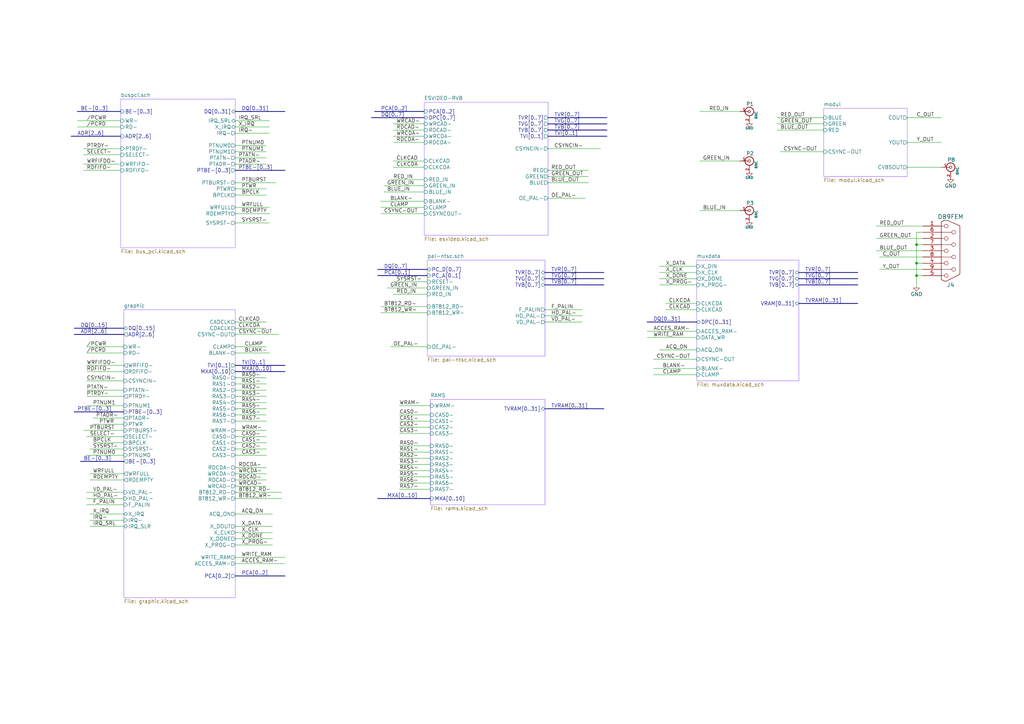
<source format=kicad_sch>
(kicad_sch (version 20200512) (host eeschema "(5.99.0-1735-ga49fde5ce-dirty)")
  (page 1 8)
  (paper "A3")
  (title_block (title "Video") (date "Sun 22 Mar 2015") (rev "2.0B") (company "Kicad EDA") (comment 1 "Main sheet"))
  (lib_symbols
    (symbol "video_schlib:BNC" (pin_names hide)
      (property "Reference" "P" (at 0.254 3.048 0))
      (property "Value" "BNC" (at 2.794 -1.524 90))
      (symbol "BNC_0_1"
        (circle (center 0 0) (radius 0.508) (stroke (width 0.2032)))
        (circle (center 0 0) (radius 1.778) (stroke (width 0.3048)))
      )
      (symbol "BNC_1_1"
        (pin passive line (at -3.81 0 0) (length 3.302) (name "In") (number "1"))
        (pin passive line (at 0 -5.08 90) (length 3.302) (name "Ext") (number "2"))
      )
    )
    (symbol "video_schlib:DB9" (pin_names hide)
      (property "Reference" "J" (at 0 13.97 0))
      (property "Value" "DB9" (at 0 -13.97 0))
      (symbol "DB9_0_1"
        (circle (center -1.778 -10.16) (radius 0.762))
        (circle (center -1.778 -5.08) (radius 0.762))
        (circle (center -1.778 0) (radius 0.762))
        (circle (center -1.778 5.08) (radius 0.762))
        (circle (center -1.778 10.16) (radius 0.762))
        (circle (center 1.27 -7.62) (radius 0.762))
        (circle (center 1.27 -2.54) (radius 0.762))
        (circle (center 1.27 2.54) (radius 0.762))
        (circle (center 1.27 7.62) (radius 0.762))
        (polyline (pts (xy -3.81 -11.684) (xy -3.81 11.684)) (stroke (width 0.2032)))
        (polyline (pts (xy -3.81 -11.6586) (xy -3.556 -11.938)) (stroke (width 0.2032)))
        (polyline (pts (xy -3.81 -10.16) (xy -2.54 -10.16)))
        (polyline (pts (xy -3.81 -7.62) (xy 0.508 -7.62)))
        (polyline (pts (xy -3.81 -5.08) (xy -2.54 -5.08)))
        (polyline (pts (xy -3.81 -2.54) (xy 0.508 -2.54)))
        (polyline (pts (xy -3.81 0) (xy -2.54 0)))
        (polyline (pts (xy -3.81 2.54) (xy 0.508 2.54)))
        (polyline (pts (xy -3.81 5.08) (xy -2.54 5.08)))
        (polyline (pts (xy -3.81 7.62) (xy 0.508 7.62)))
        (polyline (pts (xy -3.81 10.16) (xy -2.54 10.16)))
        (polyline (pts (xy -3.556 -11.938) (xy -2.794 -12.446)) (stroke (width 0.2032)))
        (polyline (pts (xy -3.556 11.938) (xy -3.81 11.684)) (stroke (width 0.2032)))
        (polyline (pts (xy -3.556 11.938) (xy -2.54 12.446)) (stroke (width 0.2032)))
        (polyline (pts (xy -2.794 -12.446) (xy -1.27 -12.446)) (stroke (width 0.2032)))
        (polyline (pts (xy -2.54 12.446) (xy -1.778 12.446)) (stroke (width 0.2032)))
        (polyline (pts (xy 3.2766 9.906) (xy -1.778 12.446)) (stroke (width 0.2032)))
        (polyline (pts (xy 3.2766 9.906) (xy 3.81 9.398)) (stroke (width 0.2032)))
        (polyline (pts (xy 3.556 -10.3886) (xy -1.27 -12.446)) (stroke (width 0.2032)))
        (polyline (pts (xy 3.81 -9.906) (xy 3.556 -10.3886)) (stroke (width 0.2032)))
        (polyline (pts (xy 3.81 9.398) (xy 3.81 -9.906)) (stroke (width 0.2032)))
      )
      (symbol "DB9_1_1"
        (pin passive line (at -11.43 -10.16 0) (length 7.62) (name "1") (number "1"))
        (pin passive line (at -11.43 -5.08 0) (length 7.62) (name "2") (number "2"))
        (pin passive line (at -11.43 0 0) (length 7.62) (name "3") (number "3"))
        (pin passive line (at -11.43 5.08 0) (length 7.62) (name "4") (number "4"))
        (pin passive line (at -11.43 10.16 0) (length 7.62) (name "5") (number "5"))
        (pin passive line (at -11.43 -7.62 0) (length 7.62) (name "P6") (number "6"))
        (pin passive line (at -11.43 -2.54 0) (length 7.62) (name "P7") (number "7"))
        (pin passive line (at -11.43 2.54 0) (length 7.62) (name "P8") (number "8"))
        (pin passive line (at -11.43 7.62 0) (length 7.62) (name "P9") (number "9"))
      )
    )
    (symbol "video_schlib:GND" (power) (pin_names (offset 0))
      (symbol "GND_0_1"
        (polyline (pts (xy -1.27 0) (xy 0 -1.27) (xy 1.27 0) (xy -1.27 0)))
      )
      (symbol "GND_1_1"
        (pin power_in line (at 0 0 90) (length 0) (name "GND") (number "1") hide)
      )
    )
  )
  (junction (at 375.92 100.33))
  (junction (at 375.92 107.95))
  (junction (at 375.92 113.03))
  (wire (pts (xy 31.75 49.53) (xy 49.53 49.53)))
  (wire (pts (xy 31.75 52.07) (xy 49.53 52.07)))
  (wire (pts (xy 34.29 60.96) (xy 49.53 60.96)))
  (wire (pts (xy 34.29 176.53) (xy 50.8 176.53)))
  (wire (pts (xy 35.56 142.24) (xy 50.8 142.24)))
  (wire (pts (xy 35.56 144.78) (xy 50.8 144.78)))
  (wire (pts (xy 35.56 156.21) (xy 50.8 156.21)))
  (wire (pts (xy 35.56 160.02) (xy 50.8 160.02)))
  (wire (pts (xy 35.56 162.56) (xy 50.8 162.56)))
  (wire (pts (xy 35.56 166.37) (xy 50.8 166.37)))
  (wire (pts (xy 35.56 186.69) (xy 50.8 186.69)))
  (wire (pts (xy 36.83 184.15) (xy 50.8 184.15)))
  (wire (pts (xy 36.83 194.31) (xy 50.8 194.31)))
  (wire (pts (xy 36.83 196.85) (xy 50.8 196.85)))
  (wire (pts (xy 36.83 210.82) (xy 50.8 210.82)))
  (wire (pts (xy 36.83 213.36) (xy 50.8 213.36)))
  (wire (pts (xy 36.83 215.9) (xy 50.8 215.9)))
  (wire (pts (xy 38.1 171.45) (xy 50.8 171.45)))
  (wire (pts (xy 38.1 173.99) (xy 50.8 173.99)))
  (wire (pts (xy 49.53 63.5) (xy 34.29 63.5)))
  (wire (pts (xy 49.53 67.31) (xy 34.29 67.31)))
  (wire (pts (xy 49.53 69.85) (xy 34.29 69.85)))
  (wire (pts (xy 50.8 149.86) (xy 35.56 149.86)))
  (wire (pts (xy 50.8 152.4) (xy 35.56 152.4)))
  (wire (pts (xy 50.8 179.07) (xy 35.56 179.07)))
  (wire (pts (xy 50.8 181.61) (xy 38.1 181.61)))
  (wire (pts (xy 50.8 201.93) (xy 35.56 201.93)))
  (wire (pts (xy 50.8 204.47) (xy 35.56 204.47)))
  (wire (pts (xy 50.8 207.01) (xy 35.56 207.01)))
  (wire (pts (xy 96.52 49.53) (xy 110.49 49.53)))
  (wire (pts (xy 96.52 52.07) (xy 110.49 52.07)))
  (wire (pts (xy 96.52 54.61) (xy 110.49 54.61)))
  (wire (pts (xy 96.52 59.69) (xy 109.22 59.69)))
  (wire (pts (xy 96.52 62.23) (xy 109.22 62.23)))
  (wire (pts (xy 96.52 64.77) (xy 109.22 64.77)))
  (wire (pts (xy 96.52 67.31) (xy 109.22 67.31)))
  (wire (pts (xy 96.52 74.93) (xy 113.03 74.93)))
  (wire (pts (xy 96.52 77.47) (xy 109.22 77.47)))
  (wire (pts (xy 96.52 80.01) (xy 109.22 80.01)))
  (wire (pts (xy 96.52 85.09) (xy 110.49 85.09)))
  (wire (pts (xy 96.52 87.63) (xy 110.49 87.63)))
  (wire (pts (xy 96.52 91.44) (xy 110.49 91.44)))
  (wire (pts (xy 96.52 132.08) (xy 109.22 132.08)))
  (wire (pts (xy 96.52 134.62) (xy 109.22 134.62)))
  (wire (pts (xy 96.52 137.16) (xy 114.3 137.16)))
  (wire (pts (xy 96.52 142.24) (xy 109.22 142.24)))
  (wire (pts (xy 96.52 144.78) (xy 110.49 144.78)))
  (wire (pts (xy 96.52 154.94) (xy 109.22 154.94)))
  (wire (pts (xy 96.52 157.48) (xy 109.22 157.48)))
  (wire (pts (xy 96.52 160.02) (xy 109.22 160.02)))
  (wire (pts (xy 96.52 162.56) (xy 109.22 162.56)))
  (wire (pts (xy 96.52 165.1) (xy 109.22 165.1)))
  (wire (pts (xy 96.52 167.64) (xy 109.22 167.64)))
  (wire (pts (xy 96.52 170.18) (xy 109.22 170.18)))
  (wire (pts (xy 96.52 172.72) (xy 109.22 172.72)))
  (wire (pts (xy 96.52 176.53) (xy 109.22 176.53)))
  (wire (pts (xy 96.52 179.07) (xy 109.22 179.07)))
  (wire (pts (xy 96.52 181.61) (xy 109.22 181.61)))
  (wire (pts (xy 96.52 184.15) (xy 109.22 184.15)))
  (wire (pts (xy 96.52 186.69) (xy 109.22 186.69)))
  (wire (pts (xy 96.52 191.77) (xy 109.22 191.77)))
  (wire (pts (xy 96.52 194.31) (xy 109.22 194.31)))
  (wire (pts (xy 96.52 196.85) (xy 109.22 196.85)))
  (wire (pts (xy 96.52 199.39) (xy 109.22 199.39)))
  (wire (pts (xy 96.52 201.93) (xy 115.57 201.93)))
  (wire (pts (xy 96.52 204.47) (xy 115.57 204.47)))
  (wire (pts (xy 96.52 210.82) (xy 111.76 210.82)))
  (wire (pts (xy 96.52 215.9) (xy 111.76 215.9)))
  (wire (pts (xy 96.52 218.44) (xy 111.76 218.44)))
  (wire (pts (xy 96.52 220.98) (xy 111.76 220.98)))
  (wire (pts (xy 96.52 223.52) (xy 111.76 223.52)))
  (wire (pts (xy 96.52 228.6) (xy 116.84 228.6)))
  (wire (pts (xy 96.52 231.14) (xy 116.84 231.14)))
  (wire (pts (xy 156.21 82.55) (xy 173.99 82.55)))
  (wire (pts (xy 156.21 85.09) (xy 173.99 85.09)))
  (wire (pts (xy 156.21 87.63) (xy 173.99 87.63)))
  (wire (pts (xy 156.21 125.73) (xy 175.26 125.73)))
  (wire (pts (xy 156.21 128.27) (xy 175.26 128.27)))
  (wire (pts (xy 160.02 73.66) (xy 173.99 73.66)))
  (wire (pts (xy 160.02 142.24) (xy 175.26 142.24)))
  (wire (pts (xy 161.29 50.8) (xy 173.99 50.8)))
  (wire (pts (xy 161.29 53.34) (xy 173.99 53.34)))
  (wire (pts (xy 161.29 55.88) (xy 173.99 55.88)))
  (wire (pts (xy 161.29 58.42) (xy 173.99 58.42)))
  (wire (pts (xy 161.29 66.04) (xy 173.99 66.04)))
  (wire (pts (xy 161.29 68.58) (xy 173.99 68.58)))
  (wire (pts (xy 161.29 115.57) (xy 175.26 115.57)))
  (wire (pts (xy 161.29 120.65) (xy 175.26 120.65)))
  (wire (pts (xy 163.83 166.37) (xy 176.53 166.37)))
  (wire (pts (xy 163.83 170.18) (xy 176.53 170.18)))
  (wire (pts (xy 163.83 172.72) (xy 176.53 172.72)))
  (wire (pts (xy 163.83 175.26) (xy 176.53 175.26)))
  (wire (pts (xy 163.83 177.8) (xy 176.53 177.8)))
  (wire (pts (xy 163.83 182.88) (xy 176.53 182.88)))
  (wire (pts (xy 163.83 185.42) (xy 176.53 185.42)))
  (wire (pts (xy 163.83 187.96) (xy 176.53 187.96)))
  (wire (pts (xy 163.83 190.5) (xy 176.53 190.5)))
  (wire (pts (xy 163.83 193.04) (xy 176.53 193.04)))
  (wire (pts (xy 163.83 195.58) (xy 176.53 195.58)))
  (wire (pts (xy 163.83 198.12) (xy 176.53 198.12)))
  (wire (pts (xy 163.83 200.66) (xy 176.53 200.66)))
  (wire (pts (xy 173.99 76.2) (xy 157.48 76.2)))
  (wire (pts (xy 173.99 78.74) (xy 157.48 78.74)))
  (wire (pts (xy 175.26 118.11) (xy 158.75 118.11)))
  (wire (pts (xy 224.79 60.96) (xy 246.38 60.96)))
  (wire (pts (xy 224.79 69.85) (xy 241.3 69.85)))
  (wire (pts (xy 224.79 72.39) (xy 241.3 72.39)))
  (wire (pts (xy 224.79 74.93) (xy 241.3 74.93)))
  (wire (pts (xy 224.79 81.28) (xy 240.03 81.28)))
  (wire (pts (xy 238.76 127) (xy 223.52 127)))
  (wire (pts (xy 238.76 129.54) (xy 223.52 129.54)))
  (wire (pts (xy 238.76 132.08) (xy 223.52 132.08)))
  (wire (pts (xy 265.43 135.89) (xy 285.75 135.89)))
  (wire (pts (xy 265.43 138.43) (xy 285.75 138.43)))
  (wire (pts (xy 267.97 147.32) (xy 285.75 147.32)))
  (wire (pts (xy 267.97 151.13) (xy 285.75 151.13)))
  (wire (pts (xy 267.97 153.67) (xy 285.75 153.67)))
  (wire (pts (xy 270.51 109.22) (xy 285.75 109.22)))
  (wire (pts (xy 270.51 111.76) (xy 285.75 111.76)))
  (wire (pts (xy 270.51 114.3) (xy 285.75 114.3)))
  (wire (pts (xy 270.51 116.84) (xy 285.75 116.84)))
  (wire (pts (xy 270.51 143.51) (xy 285.75 143.51)))
  (wire (pts (xy 273.05 124.46) (xy 285.75 124.46)))
  (wire (pts (xy 273.05 127) (xy 285.75 127)))
  (wire (pts (xy 287.02 45.72) (xy 303.53 45.72)))
  (wire (pts (xy 303.53 66.04) (xy 287.02 66.04)))
  (wire (pts (xy 303.53 86.36) (xy 287.02 86.36)))
  (wire (pts (xy 318.77 48.26) (xy 337.82 48.26)))
  (wire (pts (xy 318.77 50.8) (xy 337.82 50.8)))
  (wire (pts (xy 318.77 53.34) (xy 337.82 53.34)))
  (wire (pts (xy 320.04 62.23) (xy 337.82 62.23)))
  (wire (pts (xy 359.41 92.71) (xy 378.46 92.71)))
  (wire (pts (xy 359.41 97.79) (xy 378.46 97.79)))
  (wire (pts (xy 359.41 102.87) (xy 378.46 102.87)))
  (wire (pts (xy 360.68 105.41) (xy 378.46 105.41)))
  (wire (pts (xy 372.11 48.26) (xy 386.08 48.26)))
  (wire (pts (xy 372.11 68.58) (xy 386.08 68.58)))
  (wire (pts (xy 375.92 95.25) (xy 375.92 100.33)))
  (wire (pts (xy 375.92 100.33) (xy 375.92 107.95)))
  (wire (pts (xy 375.92 107.95) (xy 375.92 113.03)))
  (wire (pts (xy 375.92 107.95) (xy 378.46 107.95)))
  (wire (pts (xy 375.92 113.03) (xy 375.92 118.11)))
  (wire (pts (xy 375.92 113.03) (xy 378.46 113.03)))
  (wire (pts (xy 378.46 95.25) (xy 375.92 95.25)))
  (wire (pts (xy 378.46 100.33) (xy 375.92 100.33)))
  (wire (pts (xy 378.46 110.49) (xy 360.68 110.49)))
  (wire (pts (xy 386.08 58.42) (xy 372.11 58.42)))
  (bus (pts (xy 29.21 55.88) (xy 49.53 55.88)))
  (bus (pts (xy 30.48 134.62) (xy 50.8 134.62)))
  (bus (pts (xy 30.48 137.16) (xy 50.8 137.16)))
  (bus (pts (xy 30.48 168.91) (xy 50.8 168.91)))
  (bus (pts (xy 49.53 45.72) (xy 31.75 45.72)))
  (bus (pts (xy 50.8 189.23) (xy 33.02 189.23)))
  (bus (pts (xy 96.52 45.72) (xy 116.84 45.72)))
  (bus (pts (xy 96.52 69.85) (xy 116.84 69.85)))
  (bus (pts (xy 96.52 149.86) (xy 116.84 149.86)))
  (bus (pts (xy 96.52 152.4) (xy 116.84 152.4)))
  (bus (pts (xy 96.52 236.22) (xy 116.84 236.22)))
  (bus (pts (xy 153.67 45.72) (xy 173.99 45.72)))
  (bus (pts (xy 154.94 110.49) (xy 175.26 110.49)))
  (bus (pts (xy 154.94 113.03) (xy 175.26 113.03)))
  (bus (pts (xy 154.94 204.47) (xy 176.53 204.47)))
  (bus (pts (xy 173.99 48.26) (xy 152.4 48.26)))
  (bus (pts (xy 223.52 111.76) (xy 247.65 111.76)))
  (bus (pts (xy 223.52 114.3) (xy 247.65 114.3)))
  (bus (pts (xy 223.52 116.84) (xy 247.65 116.84)))
  (bus (pts (xy 223.52 167.64) (xy 247.65 167.64)))
  (bus (pts (xy 224.79 48.26) (xy 248.92 48.26)))
  (bus (pts (xy 224.79 50.8) (xy 248.92 50.8)))
  (bus (pts (xy 224.79 53.34) (xy 248.92 53.34)))
  (bus (pts (xy 224.79 55.88) (xy 248.92 55.88)))
  (bus (pts (xy 265.43 132.08) (xy 285.75 132.08)))
  (bus (pts (xy 327.66 111.76) (xy 351.79 111.76)))
  (bus (pts (xy 327.66 114.3) (xy 351.79 114.3)))
  (bus (pts (xy 327.66 116.84) (xy 351.79 116.84)))
  (bus (pts (xy 327.66 124.46) (xy 351.79 124.46)))
  (label "ADR[2..6]" (at 31.75 55.88 0) (effects (font (size 1.524 1.524))))
  (label "PTBE-[0..3]" (at 31.75 168.91 0) (effects (font (size 1.524 1.524))))
  (label "BE-[0..3]" (at 33.02 45.72 0) (effects (font (size 1.524 1.524))))
  (label "DQ[0..15]" (at 33.02 134.62 0) (effects (font (size 1.524 1.524))))
  (label "ADR[2..6]" (at 33.02 137.16 0) (effects (font (size 1.524 1.524))))
  (label "BE-[0..3]" (at 34.29 189.23 0) (effects (font (size 1.524 1.524))))
  (label "/PCWR" (at 35.56 49.53 0) (effects (font (size 1.524 1.524))))
  (label "/PCRD" (at 35.56 52.07 0) (effects (font (size 1.524 1.524))))
  (label "PTRDY-" (at 35.56 60.96 0) (effects (font (size 1.524 1.524))))
  (label "SELECT-" (at 35.56 63.5 0) (effects (font (size 1.524 1.524))))
  (label "WRFIFDO-" (at 35.56 67.31 0) (effects (font (size 1.524 1.524))))
  (label "RDFIFO-" (at 35.56 69.85 0) (effects (font (size 1.524 1.524))))
  (label "/PCWR" (at 35.56 142.24 0) (effects (font (size 1.524 1.524))))
  (label "/PCRD" (at 35.56 144.78 0) (effects (font (size 1.524 1.524))))
  (label "WRFIFDO-" (at 35.56 149.86 0) (effects (font (size 1.524 1.524))))
  (label "RDFIFO-" (at 35.56 152.4 0) (effects (font (size 1.524 1.524))))
  (label "CSYNCIN-" (at 35.56 156.21 0) (effects (font (size 1.524 1.524))))
  (label "PTATN-" (at 35.56 160.02 0) (effects (font (size 1.524 1.524))))
  (label "PTRDY-" (at 35.56 162.56 0) (effects (font (size 1.524 1.524))))
  (label "PTBURST" (at 36.83 176.53 0) (effects (font (size 1.524 1.524))))
  (label "SELECT-" (at 36.83 179.07 0) (effects (font (size 1.524 1.524))))
  (label "PTNUM1" (at 38.1 166.37 0) (effects (font (size 1.524 1.524))))
  (label "BPCLK" (at 38.1 181.61 0) (effects (font (size 1.524 1.524))))
  (label "SYSRST-" (at 38.1 184.15 0) (effects (font (size 1.524 1.524))))
  (label "PTNUM0" (at 38.1 186.69 0) (effects (font (size 1.524 1.524))))
  (label "WRFULL" (at 38.1 194.31 0) (effects (font (size 1.524 1.524))))
  (label "RDEMPTY" (at 38.1 196.85 0) (effects (font (size 1.524 1.524))))
  (label "VD_PAL-" (at 38.1 201.93 0) (effects (font (size 1.524 1.524))))
  (label "HD_PAL-" (at 38.1 204.47 0) (effects (font (size 1.524 1.524))))
  (label "F_PALIN" (at 38.1 207.01 0) (effects (font (size 1.524 1.524))))
  (label "X_IRQ" (at 38.1 210.82 0) (effects (font (size 1.524 1.524))))
  (label "IRQ-" (at 38.1 213.36 0) (effects (font (size 1.524 1.524))))
  (label "IRQ_SRL" (at 38.1 215.9 0) (effects (font (size 1.524 1.524))))
  (label "PTADR-" (at 39.37 171.45 0) (effects (font (size 1.524 1.524))))
  (label "PTWR" (at 40.64 173.99 0) (effects (font (size 1.524 1.524))))
  (label "IRQ_SRL" (at 97.79 49.53 0) (effects (font (size 1.524 1.524))))
  (label "X_IRQ" (at 97.79 52.07 0) (effects (font (size 1.524 1.524))))
  (label "IRQ-" (at 97.79 54.61 0) (effects (font (size 1.524 1.524))))
  (label "PTATN-" (at 97.79 64.77 0) (effects (font (size 1.524 1.524))))
  (label "PTADR-" (at 97.79 67.31 0) (effects (font (size 1.524 1.524))))
  (label "PTBE-[0..3]" (at 97.79 69.85 0) (effects (font (size 1.524 1.524))))
  (label "CLKCAD" (at 97.79 132.08 0) (effects (font (size 1.524 1.524))))
  (label "CLKCDA" (at 97.79 134.62 0) (effects (font (size 1.524 1.524))))
  (label "CSYNC-OUT" (at 97.79 137.16 0) (effects (font (size 1.524 1.524))))
  (label "RDCDA-" (at 97.79 191.77 0) (effects (font (size 1.524 1.524))))
  (label "WRCDA-" (at 97.79 194.31 0) (effects (font (size 1.524 1.524))))
  (label "RDCAD-" (at 97.79 196.85 0) (effects (font (size 1.524 1.524))))
  (label "WRCAD-" (at 97.79 199.39 0) (effects (font (size 1.524 1.524))))
  (label "BT812_RD-" (at 97.79 201.93 0) (effects (font (size 1.524 1.524))))
  (label "BT812_WR-" (at 97.79 204.47 0) (effects (font (size 1.524 1.524))))
  (label "DQ[0..31]" (at 99.06 45.72 0) (effects (font (size 1.524 1.524))))
  (label "PTNUM0" (at 99.06 59.69 0) (effects (font (size 1.524 1.524))))
  (label "PTNUM1" (at 99.06 62.23 0) (effects (font (size 1.524 1.524))))
  (label "PTBURST" (at 99.06 74.93 0) (effects (font (size 1.524 1.524))))
  (label "PTWR" (at 99.06 77.47 0) (effects (font (size 1.524 1.524))))
  (label "BPCLK" (at 99.06 80.01 0) (effects (font (size 1.524 1.524))))
  (label "WRFULL" (at 99.06 85.09 0) (effects (font (size 1.524 1.524))))
  (label "RDEMPTY" (at 99.06 87.63 0) (effects (font (size 1.524 1.524))))
  (label "SYSRST-" (at 99.06 91.44 0) (effects (font (size 1.524 1.524))))
  (label "TVI[0..1]" (at 99.06 149.86 0) (effects (font (size 1.524 1.524))))
  (label "MXA[0..10]" (at 99.06 152.4 0) (effects (font (size 1.524 1.524))))
  (label "RAS0-" (at 99.06 154.94 0) (effects (font (size 1.524 1.524))))
  (label "RAS1-" (at 99.06 157.48 0) (effects (font (size 1.524 1.524))))
  (label "RAS2-" (at 99.06 160.02 0) (effects (font (size 1.524 1.524))))
  (label "RAS3-" (at 99.06 162.56 0) (effects (font (size 1.524 1.524))))
  (label "RAS4-" (at 99.06 165.1 0) (effects (font (size 1.524 1.524))))
  (label "RAS5-" (at 99.06 167.64 0) (effects (font (size 1.524 1.524))))
  (label "RAS6-" (at 99.06 170.18 0) (effects (font (size 1.524 1.524))))
  (label "RAS7-" (at 99.06 172.72 0) (effects (font (size 1.524 1.524))))
  (label "WRAM-" (at 99.06 176.53 0) (effects (font (size 1.524 1.524))))
  (label "CAS0-" (at 99.06 179.07 0) (effects (font (size 1.524 1.524))))
  (label "CAS1-" (at 99.06 181.61 0) (effects (font (size 1.524 1.524))))
  (label "CAS2-" (at 99.06 184.15 0) (effects (font (size 1.524 1.524))))
  (label "CAS3-" (at 99.06 186.69 0) (effects (font (size 1.524 1.524))))
  (label "ACQ_ON" (at 99.06 210.82 0) (effects (font (size 1.524 1.524))))
  (label "X_DATA" (at 99.06 215.9 0) (effects (font (size 1.524 1.524))))
  (label "X_CLK" (at 99.06 218.44 0) (effects (font (size 1.524 1.524))))
  (label "X_DONE" (at 99.06 220.98 0) (effects (font (size 1.524 1.524))))
  (label "X_PROG-" (at 99.06 223.52 0) (effects (font (size 1.524 1.524))))
  (label "WRITE_RAM" (at 99.06 228.6 0) (effects (font (size 1.524 1.524))))
  (label "ACCES_RAM-" (at 99.06 231.14 0) (effects (font (size 1.524 1.524))))
  (label "PCA[0..2]" (at 99.06 236.22 0) (effects (font (size 1.524 1.524))))
  (label "CLAMP" (at 100.33 142.24 0) (effects (font (size 1.524 1.524))))
  (label "BLANK-" (at 100.33 144.78 0) (effects (font (size 1.524 1.524))))
  (label "PCA[0..2]" (at 156.21 45.72 0) (effects (font (size 1.524 1.524))))
  (label "DQ[0..7]" (at 156.21 48.26 0) (effects (font (size 1.524 1.524))))
  (label "CSYNC-OUT" (at 157.48 87.63 0) (effects (font (size 1.524 1.524))))
  (label "DQ[0..7]" (at 157.48 110.49 0) (effects (font (size 1.524 1.524))))
  (label "PCA[0..1]" (at 157.48 113.03 0) (effects (font (size 1.524 1.524))))
  (label "BT812_RD-" (at 157.48 125.73 0) (effects (font (size 1.524 1.524))))
  (label "BT812_WR-" (at 157.48 128.27 0) (effects (font (size 1.524 1.524))))
  (label "GREEN_IN" (at 158.75 76.2 0) (effects (font (size 1.524 1.524))))
  (label "BLUE_IN" (at 158.75 78.74 0) (effects (font (size 1.524 1.524))))
  (label "MXA[0..10]" (at 158.75 204.47 0) (effects (font (size 1.524 1.524))))
  (label "BLANK-" (at 160.02 82.55 0) (effects (font (size 1.524 1.524))))
  (label "CLAMP" (at 160.02 85.09 0) (effects (font (size 1.524 1.524))))
  (label "GREEN_IN" (at 160.02 118.11 0) (effects (font (size 1.524 1.524))))
  (label "RED_IN" (at 161.29 73.66 0) (effects (font (size 1.524 1.524))))
  (label "OE_PAL-" (at 161.29 142.24 0) (effects (font (size 1.524 1.524))))
  (label "WRCAD-" (at 162.56 50.8 0) (effects (font (size 1.524 1.524))))
  (label "RDCAD-" (at 162.56 53.34 0) (effects (font (size 1.524 1.524))))
  (label "WRCDA-" (at 162.56 55.88 0) (effects (font (size 1.524 1.524))))
  (label "RDCDA-" (at 162.56 58.42 0) (effects (font (size 1.524 1.524))))
  (label "CLKCAD" (at 162.56 66.04 0) (effects (font (size 1.524 1.524))))
  (label "CLKCDA" (at 162.56 68.58 0) (effects (font (size 1.524 1.524))))
  (label "SYSRST-" (at 162.56 115.57 0) (effects (font (size 1.524 1.524))))
  (label "RED_IN" (at 162.56 120.65 0) (effects (font (size 1.524 1.524))))
  (label "WRAM-" (at 163.83 166.37 0) (effects (font (size 1.524 1.524))))
  (label "CAS0-" (at 163.83 170.18 0) (effects (font (size 1.524 1.524))))
  (label "CAS1-" (at 163.83 172.72 0) (effects (font (size 1.524 1.524))))
  (label "CAS2-" (at 163.83 175.26 0) (effects (font (size 1.524 1.524))))
  (label "CAS3-" (at 163.83 177.8 0) (effects (font (size 1.524 1.524))))
  (label "RAS0-" (at 163.83 182.88 0) (effects (font (size 1.524 1.524))))
  (label "RAS1-" (at 163.83 185.42 0) (effects (font (size 1.524 1.524))))
  (label "RAS2-" (at 163.83 187.96 0) (effects (font (size 1.524 1.524))))
  (label "RAS3-" (at 163.83 190.5 0) (effects (font (size 1.524 1.524))))
  (label "RAS4-" (at 163.83 193.04 0) (effects (font (size 1.524 1.524))))
  (label "RAS5-" (at 163.83 195.58 0) (effects (font (size 1.524 1.524))))
  (label "RAS6-" (at 163.83 198.12 0) (effects (font (size 1.524 1.524))))
  (label "RAS7-" (at 163.83 200.66 0) (effects (font (size 1.524 1.524))))
  (label "RED_OUT" (at 226.06 69.85 0) (effects (font (size 1.524 1.524))))
  (label "GREEN_OUT" (at 226.06 72.39 0) (effects (font (size 1.524 1.524))))
  (label "BLUE_OUT" (at 226.06 74.93 0) (effects (font (size 1.524 1.524))))
  (label "OE_PAL-" (at 226.06 81.28 0) (effects (font (size 1.524 1.524))))
  (label "TVR[0..7]" (at 226.06 111.76 0) (effects (font (size 1.524 1.524))))
  (label "TVG[0..7]" (at 226.06 114.3 0) (effects (font (size 1.524 1.524))))
  (label "TVB[0..7]" (at 226.06 116.84 0) (effects (font (size 1.524 1.524))))
  (label "F_PALIN" (at 226.06 127 0) (effects (font (size 1.524 1.524))))
  (label "HD_PAL-" (at 226.06 129.54 0) (effects (font (size 1.524 1.524))))
  (label "VD_PAL-" (at 226.06 132.08 0) (effects (font (size 1.524 1.524))))
  (label "TVRAM[0..31]" (at 226.06 167.64 0) (effects (font (size 1.524 1.524))))
  (label "TVR[0..7]" (at 227.33 48.26 0) (effects (font (size 1.524 1.524))))
  (label "TVG[0..7]" (at 227.33 50.8 0) (effects (font (size 1.524 1.524))))
  (label "TVB[0..7]" (at 227.33 53.34 0) (effects (font (size 1.524 1.524))))
  (label "TVI[0..1]" (at 227.33 55.88 0) (effects (font (size 1.524 1.524))))
  (label "CSYNCIN-" (at 227.33 60.96 0) (effects (font (size 1.524 1.524))))
  (label "DQ[0..31]" (at 267.97 132.08 0) (effects (font (size 1.524 1.524))))
  (label "ACCES_RAM-" (at 267.97 135.89 0) (effects (font (size 1.524 1.524))))
  (label "WRITE_RAM" (at 267.97 138.43 0) (effects (font (size 1.524 1.524))))
  (label "CSYNC-OUT" (at 269.24 147.32 0) (effects (font (size 1.524 1.524))))
  (label "BLANK-" (at 271.78 151.13 0) (effects (font (size 1.524 1.524))))
  (label "CLAMP" (at 271.78 153.67 0) (effects (font (size 1.524 1.524))))
  (label "X_DATA" (at 273.05 109.22 0) (effects (font (size 1.524 1.524))))
  (label "X_CLK" (at 273.05 111.76 0) (effects (font (size 1.524 1.524))))
  (label "X_DONE" (at 273.05 114.3 0) (effects (font (size 1.524 1.524))))
  (label "X_PROG-" (at 273.05 116.84 0) (effects (font (size 1.524 1.524))))
  (label "ACQ_ON" (at 273.05 143.51 0) (effects (font (size 1.524 1.524))))
  (label "CLKCDA" (at 274.32 124.46 0) (effects (font (size 1.524 1.524))))
  (label "CLKCAD" (at 274.32 127 0) (effects (font (size 1.524 1.524))))
  (label "GREEN_IN" (at 288.29 66.04 0) (effects (font (size 1.524 1.524))))
  (label "BLUE_IN" (at 288.29 86.36 0) (effects (font (size 1.524 1.524))))
  (label "RED_IN" (at 290.83 45.72 0) (effects (font (size 1.524 1.524))))
  (label "RED_OUT" (at 320.04 48.26 0) (effects (font (size 1.524 1.524))))
  (label "GREEN_OUT" (at 320.04 50.8 0) (effects (font (size 1.524 1.524))))
  (label "BLUE_OUT" (at 320.04 53.34 0) (effects (font (size 1.524 1.524))))
  (label "CSYNC-OUT" (at 321.31 62.23 0) (effects (font (size 1.524 1.524))))
  (label "TVR[0..7]" (at 330.2 111.76 0) (effects (font (size 1.524 1.524))))
  (label "TVG[0..7]" (at 330.2 114.3 0) (effects (font (size 1.524 1.524))))
  (label "TVB[0..7]" (at 330.2 116.84 0) (effects (font (size 1.524 1.524))))
  (label "TVRAM[0..31]" (at 330.2 124.46 0) (effects (font (size 1.524 1.524))))
  (label "RED_OUT" (at 360.68 92.71 0) (effects (font (size 1.524 1.524))))
  (label "GREEN_OUT" (at 360.68 97.79 0) (effects (font (size 1.524 1.524))))
  (label "BLUE_OUT" (at 360.68 102.87 0) (effects (font (size 1.524 1.524))))
  (label "C_OUT" (at 361.95 105.41 0) (effects (font (size 1.524 1.524))))
  (label "Y_OUT" (at 361.95 110.49 0) (effects (font (size 1.524 1.524))))
  (label "C_OUT" (at 375.92 48.26 0) (effects (font (size 1.524 1.524))))
  (label "Y_OUT" (at 375.92 58.42 0) (effects (font (size 1.524 1.524))))
  (symbol (lib_id "video_schlib:GND") (at 307.34 50.8 0) (unit 1)
    (property "Reference" "#GND05" (effects hide))
    (property "Value" "GND" (at 307.34 52.578 0) (effects (font (size 1.016 1.016))))
  )
  (symbol (lib_id "video_schlib:GND") (at 307.34 71.12 0) (unit 1)
    (property "Reference" "#GND03" (effects hide))
    (property "Value" "GND" (at 307.34 72.898 0) (effects (font (size 1.016 1.016))))
  )
  (symbol (lib_id "video_schlib:GND") (at 307.34 91.44 0) (unit 1)
    (property "Reference" "#GND04" (effects hide))
    (property "Value" "GND" (at 307.34 93.218 0) (effects (font (size 1.016 1.016))))
  )
  (symbol (lib_id "video_schlib:GND") (at 375.92 118.11 0) (unit 1)
    (property "Reference" "#GND01" (effects hide))
    (property "Value" "GND" (at 375.92 120.65 0) (effects (font (size 1.524 1.524))))
  )
  (symbol (lib_id "video_schlib:GND") (at 389.89 73.66 0) (unit 1)
    (property "Reference" "#GND02" (effects hide))
    (property "Value" "GND" (at 389.89 76.2 0) (effects (font (size 1.524 1.524))))
  )
  (symbol (lib_id "video_schlib:BNC") (at 307.34 45.72 0) (unit 1)
    (property "Reference" "P1" (at 307.594 42.672 0) (effects (font (size 1.524 1.524))))
    (property "Value" "BNC" (at 310.134 47.244 90) (effects (font (size 1.016 1.016))))
    (property "Footprint" "Discret:SUBCLICK" (effects hide))
  )
  (symbol (lib_id "video_schlib:BNC") (at 307.34 66.04 0) (unit 1)
    (property "Reference" "P2" (at 307.594 62.992 0) (effects (font (size 1.524 1.524))))
    (property "Value" "BNC" (at 310.134 67.564 90) (effects (font (size 1.016 1.016))))
    (property "Footprint" "Discret:SUBCLICK" (effects hide))
  )
  (symbol (lib_id "video_schlib:BNC") (at 307.34 86.36 0) (unit 1)
    (property "Reference" "P3" (at 307.594 83.312 0) (effects (font (size 1.524 1.524))))
    (property "Value" "BNC" (at 310.134 87.884 90) (effects (font (size 1.016 1.016))))
    (property "Footprint" "Discret:SUBCLICK" (effects hide))
  )
  (symbol (lib_id "video_schlib:BNC") (at 389.89 68.58 0) (unit 1)
    (property "Reference" "P8" (at 390.144 65.532 0) (effects (font (size 1.524 1.524))))
    (property "Value" "BNC" (at 392.684 70.104 90) (effects (font (size 1.016 1.016))))
    (property "Footprint" "Discret:SUBCLICK" (effects hide))
  )
  (symbol (lib_id "video_schlib:DB9") (at 389.89 102.87 0) (mirror x) (unit 1)
    (property "Reference" "J4" (at 389.89 116.84 0) (effects (font (size 1.778 1.778))))
    (property "Value" "DB9FEM" (at 389.89 88.9 0) (effects (font (size 1.778 1.778))))
    (property "Footprint" "Connector_Dsub:DSUB-9_Female_Horizontal_P2.77x2.84mm_EdgePinOffset14.56mm_Housed_MountingHolesOffset15.98mm" (effects hide))
  )
  (sheet (at 173.99 41.91) (size 50.8 54.61) (stroke (width 0.1524) (color 174 129 255 1)) (fill (color 255 255 255 0.0000))
    (property "Sheet name" "ESVIDEO-RVB" (at 173.99 41.1475 0) (effects (font (size 1.524 1.524)) (justify left bottom)))
    (property "Sheet file" "esvideo.kicad_sch" (at 173.99 97.1301 0) (effects (font (size 1.524 1.524)) (justify left top)))
    (pin "DPC[0..7]" bidirectional (at 173.99 48.26 180) (effects (font (size 1.524 1.524))))
    (pin "TVR[0..7]" output (at 224.79 48.26 0) (effects (font (size 1.524 1.524))))
    (pin "BLANK-" input (at 173.99 82.55 180) (effects (font (size 1.524 1.524))))
    (pin "TVG[0..7]" output (at 224.79 50.8 0) (effects (font (size 1.524 1.524))))
    (pin "TVB[0..7]" output (at 224.79 53.34 0) (effects (font (size 1.524 1.524))))
    (pin "WRCAD-" input (at 173.99 50.8 180) (effects (font (size 1.524 1.524))))
    (pin "RDCAD-" input (at 173.99 53.34 180) (effects (font (size 1.524 1.524))))
    (pin "WRCDA-" input (at 173.99 55.88 180) (effects (font (size 1.524 1.524))))
    (pin "RDCDA-" input (at 173.99 58.42 180) (effects (font (size 1.524 1.524))))
    (pin "CSYNCIN-" output (at 224.79 60.96 0) (effects (font (size 1.524 1.524))))
    (pin "CSYNCOUT-" input (at 173.99 87.63 180) (effects (font (size 1.524 1.524))))
    (pin "CLKCAD" input (at 173.99 66.04 180) (effects (font (size 1.524 1.524))))
    (pin "CLKCDA" input (at 173.99 68.58 180) (effects (font (size 1.524 1.524))))
    (pin "TVI[0..1]" output (at 224.79 55.88 0) (effects (font (size 1.524 1.524))))
    (pin "CLAMP" input (at 173.99 85.09 180) (effects (font (size 1.524 1.524))))
    (pin "BLUE_IN" input (at 173.99 78.74 180) (effects (font (size 1.524 1.524))))
    (pin "GREEN_IN" input (at 173.99 76.2 180) (effects (font (size 1.524 1.524))))
    (pin "RED_IN" input (at 173.99 73.66 180) (effects (font (size 1.524 1.524))))
    (pin "RED" output (at 224.79 69.85 0) (effects (font (size 1.524 1.524))))
    (pin "GREEN" output (at 224.79 72.39 0) (effects (font (size 1.524 1.524))))
    (pin "BLUE" output (at 224.79 74.93 0) (effects (font (size 1.524 1.524))))
    (pin "PCA[0..2]" input (at 173.99 45.72 180) (effects (font (size 1.524 1.524))))
    (pin "OE_PAL-" output (at 224.79 81.28 0) (effects (font (size 1.524 1.524))))
  )
  (sheet (at 176.53 163.83) (size 46.99 43.18) (stroke (width 0.1524) (color 174 129 255 1)) (fill (color 255 255 255 0.0000))
    (property "Sheet name" "RAMS" (at 176.53 163.0675 0) (effects (font (size 1.524 1.524)) (justify left bottom)))
    (property "Sheet file" "rams.kicad_sch" (at 176.53 207.6201 0) (effects (font (size 1.524 1.524)) (justify left top)))
    (pin "TVRAM[0..31]" tri_state (at 223.52 167.64 0) (effects (font (size 1.524 1.524))))
    (pin "WRAM-" input (at 176.53 166.37 180) (effects (font (size 1.524 1.524))))
    (pin "CAS3-" input (at 176.53 177.8 180) (effects (font (size 1.524 1.524))))
    (pin "RAS7-" input (at 176.53 200.66 180) (effects (font (size 1.524 1.524))))
    (pin "RAS6-" input (at 176.53 198.12 180) (effects (font (size 1.524 1.524))))
    (pin "RAS5-" input (at 176.53 195.58 180) (effects (font (size 1.524 1.524))))
    (pin "RAS4-" input (at 176.53 193.04 180) (effects (font (size 1.524 1.524))))
    (pin "RAS3-" input (at 176.53 190.5 180) (effects (font (size 1.524 1.524))))
    (pin "RAS2-" input (at 176.53 187.96 180) (effects (font (size 1.524 1.524))))
    (pin "RAS1-" input (at 176.53 185.42 180) (effects (font (size 1.524 1.524))))
    (pin "RAS0-" input (at 176.53 182.88 180) (effects (font (size 1.524 1.524))))
    (pin "CAS2-" input (at 176.53 175.26 180) (effects (font (size 1.524 1.524))))
    (pin "CAS1-" input (at 176.53 172.72 180) (effects (font (size 1.524 1.524))))
    (pin "CAS0-" input (at 176.53 170.18 180) (effects (font (size 1.524 1.524))))
    (pin "MXA[0..10]" input (at 176.53 204.47 180) (effects (font (size 1.524 1.524))))
  )
  (sheet (at 49.53 40.64) (size 46.99 60.96) (stroke (width 0.1524) (color 174 129 255 1)) (fill (color 255 255 255 0.0000))
    (property "Sheet name" "buspci.sch" (at 49.53 39.8775 0) (effects (font (size 1.524 1.524)) (justify left bottom)))
    (property "Sheet file" "bus_pci.kicad_sch" (at 49.53 102.2101 0) (effects (font (size 1.524 1.524)) (justify left top)))
    (pin "WR-" input (at 49.53 49.53 180) (effects (font (size 1.524 1.524))))
    (pin "RD-" input (at 49.53 52.07 180) (effects (font (size 1.524 1.524))))
    (pin "DQ[0..31]" bidirectional (at 96.52 45.72 0) (effects (font (size 1.524 1.524))))
    (pin "ADR[2..6]" input (at 49.53 55.88 180) (effects (font (size 1.524 1.524))))
    (pin "BE-[0..3]" input (at 49.53 45.72 180) (effects (font (size 1.524 1.524))))
    (pin "IRQ_SRL" bidirectional (at 96.52 49.53 0) (effects (font (size 1.524 1.524))))
    (pin "X_IRQ" bidirectional (at 96.52 52.07 0) (effects (font (size 1.524 1.524))))
    (pin "PTNUM0" output (at 96.52 59.69 0) (effects (font (size 1.524 1.524))))
    (pin "PTNUM1" output (at 96.52 62.23 0) (effects (font (size 1.524 1.524))))
    (pin "PTATN-" output (at 96.52 64.77 0) (effects (font (size 1.524 1.524))))
    (pin "PTRDY-" input (at 49.53 60.96 180) (effects (font (size 1.524 1.524))))
    (pin "PTBE-[0..3]" output (at 96.52 69.85 0) (effects (font (size 1.524 1.524))))
    (pin "PTWR" output (at 96.52 77.47 0) (effects (font (size 1.524 1.524))))
    (pin "PTBURST-" output (at 96.52 74.93 0) (effects (font (size 1.524 1.524))))
    (pin "SELECT-" input (at 49.53 63.5 180) (effects (font (size 1.524 1.524))))
    (pin "BPCLK" output (at 96.52 80.01 0) (effects (font (size 1.524 1.524))))
    (pin "SYSRST-" output (at 96.52 91.44 0) (effects (font (size 1.524 1.524))))
    (pin "WRFULL" output (at 96.52 85.09 0) (effects (font (size 1.524 1.524))))
    (pin "RDEMPTY" output (at 96.52 87.63 0) (effects (font (size 1.524 1.524))))
    (pin "WRFIFO-" input (at 49.53 67.31 180) (effects (font (size 1.524 1.524))))
    (pin "RDFIFO-" input (at 49.53 69.85 180) (effects (font (size 1.524 1.524))))
    (pin "IRQ-" output (at 96.52 54.61 0) (effects (font (size 1.524 1.524))))
    (pin "PTADR-" output (at 96.52 67.31 0) (effects (font (size 1.524 1.524))))
  )
  (sheet (at 50.8 127) (size 45.72 118.11) (stroke (width 0.1524) (color 174 129 255 1)) (fill (color 255 255 255 0.0000))
    (property "Sheet name" "graphic" (at 50.8 126.2375 0) (effects (font (size 1.524 1.524)) (justify left bottom)))
    (property "Sheet file" "graphic.kicad_sch" (at 50.8 245.7201 0) (effects (font (size 1.524 1.524)) (justify left top)))
    (pin "CSYNC-OUT" output (at 96.52 137.16 0) (effects (font (size 1.524 1.524))))
    (pin "DQ[0..15]" bidirectional (at 50.8 134.62 180) (effects (font (size 1.524 1.524))))
    (pin "ADR[2..6]" output (at 50.8 137.16 180) (effects (font (size 1.524 1.524))))
    (pin "CADCLK" output (at 96.52 132.08 0) (effects (font (size 1.524 1.524))))
    (pin "CDACLK" output (at 96.52 134.62 0) (effects (font (size 1.524 1.524))))
    (pin "CLAMP" output (at 96.52 142.24 0) (effects (font (size 1.524 1.524))))
    (pin "CSYNCIN-" input (at 50.8 156.21 180) (effects (font (size 1.524 1.524))))
    (pin "MXA[0..10]" output (at 96.52 152.4 0) (effects (font (size 1.524 1.524))))
    (pin "RAS7-" output (at 96.52 172.72 0) (effects (font (size 1.524 1.524))))
    (pin "RAS6-" output (at 96.52 170.18 0) (effects (font (size 1.524 1.524))))
    (pin "RAS5-" output (at 96.52 167.64 0) (effects (font (size 1.524 1.524))))
    (pin "RAS4-" output (at 96.52 165.1 0) (effects (font (size 1.524 1.524))))
    (pin "RAS3-" output (at 96.52 162.56 0) (effects (font (size 1.524 1.524))))
    (pin "RAS2-" output (at 96.52 160.02 0) (effects (font (size 1.524 1.524))))
    (pin "RAS1-" output (at 96.52 157.48 0) (effects (font (size 1.524 1.524))))
    (pin "RAS0-" output (at 96.52 154.94 0) (effects (font (size 1.524 1.524))))
    (pin "CAS2-" output (at 96.52 184.15 0) (effects (font (size 1.524 1.524))))
    (pin "CAS1-" output (at 96.52 181.61 0) (effects (font (size 1.524 1.524))))
    (pin "CAS0-" output (at 96.52 179.07 0) (effects (font (size 1.524 1.524))))
    (pin "RD-" input (at 50.8 144.78 180) (effects (font (size 1.524 1.524))))
    (pin "WR-" input (at 50.8 142.24 180) (effects (font (size 1.524 1.524))))
    (pin "CAS3-" output (at 96.52 186.69 0) (effects (font (size 1.524 1.524))))
    (pin "RDCDA-" output (at 96.52 191.77 0) (effects (font (size 1.524 1.524))))
    (pin "WRCDA-" output (at 96.52 194.31 0) (effects (font (size 1.524 1.524))))
    (pin "RDCAD-" output (at 96.52 196.85 0) (effects (font (size 1.524 1.524))))
    (pin "WRCAD-" output (at 96.52 199.39 0) (effects (font (size 1.524 1.524))))
    (pin "WRAM-" output (at 96.52 176.53 0) (effects (font (size 1.524 1.524))))
    (pin "BLANK-" output (at 96.52 144.78 0) (effects (font (size 1.524 1.524))))
    (pin "PTATN-" input (at 50.8 160.02 180) (effects (font (size 1.524 1.524))))
    (pin "PTRDY-" output (at 50.8 162.56 180) (effects (font (size 1.524 1.524))))
    (pin "PTNUM1" input (at 50.8 166.37 180) (effects (font (size 1.524 1.524))))
    (pin "PTBE-[0..3]" input (at 50.8 168.91 180) (effects (font (size 1.524 1.524))))
    (pin "PTADR-" output (at 50.8 171.45 180) (effects (font (size 1.524 1.524))))
    (pin "PTWR" input (at 50.8 173.99 180) (effects (font (size 1.524 1.524))))
    (pin "PTBURST-" input (at 50.8 176.53 180) (effects (font (size 1.524 1.524))))
    (pin "SELECT-" output (at 50.8 179.07 180) (effects (font (size 1.524 1.524))))
    (pin "BPCLK" input (at 50.8 181.61 180) (effects (font (size 1.524 1.524))))
    (pin "SYSRST-" input (at 50.8 184.15 180) (effects (font (size 1.524 1.524))))
    (pin "PTNUM0" input (at 50.8 186.69 180) (effects (font (size 1.524 1.524))))
    (pin "BE-[0..3]" output (at 50.8 189.23 180) (effects (font (size 1.524 1.524))))
    (pin "WRFULL" output (at 50.8 194.31 180) (effects (font (size 1.524 1.524))))
    (pin "RDEMPTY" output (at 50.8 196.85 180) (effects (font (size 1.524 1.524))))
    (pin "RDFIFO-" output (at 50.8 152.4 180) (effects (font (size 1.524 1.524))))
    (pin "WRFIFO-" output (at 50.8 149.86 180) (effects (font (size 1.524 1.524))))
    (pin "BT812_WR-" output (at 96.52 204.47 0) (effects (font (size 1.524 1.524))))
    (pin "BT812_RD-" output (at 96.52 201.93 0) (effects (font (size 1.524 1.524))))
    (pin "VD_PAL-" input (at 50.8 201.93 180) (effects (font (size 1.524 1.524))))
    (pin "HD_PAL-" input (at 50.8 204.47 180) (effects (font (size 1.524 1.524))))
    (pin "F_PALIN" input (at 50.8 207.01 180) (effects (font (size 1.524 1.524))))
    (pin "X_DOUT" output (at 96.52 215.9 0) (effects (font (size 1.524 1.524))))
    (pin "X_CLK" output (at 96.52 218.44 0) (effects (font (size 1.524 1.524))))
    (pin "X_DONE" output (at 96.52 220.98 0) (effects (font (size 1.524 1.524))))
    (pin "X_PROG-" output (at 96.52 223.52 0) (effects (font (size 1.524 1.524))))
    (pin "WRITE_RAM" output (at 96.52 228.6 0) (effects (font (size 1.524 1.524))))
    (pin "ACCES_RAM-" output (at 96.52 231.14 0) (effects (font (size 1.524 1.524))))
    (pin "TVI[0..1]" output (at 96.52 149.86 0) (effects (font (size 1.524 1.524))))
    (pin "PCA[0..2]" output (at 96.52 236.22 0) (effects (font (size 1.524 1.524))))
    (pin "X_IRQ" bidirectional (at 50.8 210.82 180) (effects (font (size 1.524 1.524))))
    (pin "IRQ-" input (at 50.8 213.36 180) (effects (font (size 1.524 1.524))))
    (pin "IRQ_SLR" bidirectional (at 50.8 215.9 180) (effects (font (size 1.524 1.524))))
    (pin "ACQ_ON" output (at 96.52 210.82 0) (effects (font (size 1.524 1.524))))
  )
  (sheet (at 337.82 44.45) (size 34.29 27.94) (stroke (width 0.1524) (color 174 129 255 1)) (fill (color 255 255 255 0.0000))
    (property "Sheet name" "modul" (at 337.82 43.6875 0) (effects (font (size 1.524 1.524)) (justify left bottom)))
    (property "Sheet file" "modul.kicad_sch" (at 337.82 73.0001 0) (effects (font (size 1.524 1.524)) (justify left top)))
    (pin "BLUE" input (at 337.82 48.26 180) (effects (font (size 1.524 1.524))))
    (pin "GREEN" input (at 337.82 50.8 180) (effects (font (size 1.524 1.524))))
    (pin "RED" input (at 337.82 53.34 180) (effects (font (size 1.524 1.524))))
    (pin "CVBSOUT" output (at 372.11 68.58 0) (effects (font (size 1.524 1.524))))
    (pin "YOUT" output (at 372.11 58.42 0) (effects (font (size 1.524 1.524))))
    (pin "COUT" output (at 372.11 48.26 0) (effects (font (size 1.524 1.524))))
    (pin "CSYNC-OUT" input (at 337.82 62.23 180) (effects (font (size 1.524 1.524))))
  )
  (sheet (at 285.75 106.68) (size 41.91 49.53) (stroke (width 0.1524) (color 174 129 255 1)) (fill (color 255 255 255 0.0000))
    (property "Sheet name" "muxdata" (at 285.75 105.9175 0) (effects (font (size 1.524 1.524)) (justify left bottom)))
    (property "Sheet file" "muxdata.kicad_sch" (at 285.75 156.8201 0) (effects (font (size 1.524 1.524)) (justify left top)))
    (pin "X_DIN" input (at 285.75 109.22 180) (effects (font (size 1.524 1.524))))
    (pin "X_CLK" input (at 285.75 111.76 180) (effects (font (size 1.524 1.524))))
    (pin "CLKCDA" input (at 285.75 124.46 180) (effects (font (size 1.524 1.524))))
    (pin "CLKCAD" input (at 285.75 127 180) (effects (font (size 1.524 1.524))))
    (pin "X_DONE" output (at 285.75 114.3 180) (effects (font (size 1.524 1.524))))
    (pin "X_PROG-" input (at 285.75 116.84 180) (effects (font (size 1.524 1.524))))
    (pin "TVB[0..7]" bidirectional (at 327.66 116.84 0) (effects (font (size 1.524 1.524))))
    (pin "TVG[0..7]" bidirectional (at 327.66 114.3 0) (effects (font (size 1.524 1.524))))
    (pin "TVR[0..7]" bidirectional (at 327.66 111.76 0) (effects (font (size 1.524 1.524))))
    (pin "VRAM[0..31]" bidirectional (at 327.66 124.46 0) (effects (font (size 1.524 1.524))))
    (pin "DPC[0..31]" bidirectional (at 285.75 132.08 180) (effects (font (size 1.524 1.524))))
    (pin "ACCES_RAM-" input (at 285.75 135.89 180) (effects (font (size 1.524 1.524))))
    (pin "DATA_WR" input (at 285.75 138.43 180) (effects (font (size 1.524 1.524))))
    (pin "ACQ_ON" input (at 285.75 143.51 180) (effects (font (size 1.524 1.524))))
    (pin "CSYNC-OUT" input (at 285.75 147.32 180) (effects (font (size 1.524 1.524))))
    (pin "BLANK-" input (at 285.75 151.13 180) (effects (font (size 1.524 1.524))))
    (pin "CLAMP" input (at 285.75 153.67 180) (effects (font (size 1.524 1.524))))
  )
  (sheet (at 175.26 106.68) (size 48.26 39.37) (stroke (width 0.1524) (color 174 129 255 1)) (fill (color 255 255 255 0.0000))
    (property "Sheet name" "pal-ntsc.sch" (at 175.26 105.9175 0) (effects (font (size 1.524 1.524)) (justify left bottom)))
    (property "Sheet file" "pal-ntsc.kicad_sch" (at 175.26 146.6601 0) (effects (font (size 1.524 1.524)) (justify left top)))
    (pin "F_PALIN" output (at 223.52 127 0) (effects (font (size 1.524 1.524))))
    (pin "TVR[0..7]" bidirectional (at 223.52 111.76 0) (effects (font (size 1.524 1.524))))
    (pin "PC_D[0..7]" bidirectional (at 175.26 110.49 180) (effects (font (size 1.524 1.524))))
    (pin "PC_A[0..1]" input (at 175.26 113.03 180) (effects (font (size 1.524 1.524))))
    (pin "RESET-" input (at 175.26 115.57 180) (effects (font (size 1.524 1.524))))
    (pin "GREEN_IN" input (at 175.26 118.11 180) (effects (font (size 1.524 1.524))))
    (pin "RED_IN" input (at 175.26 120.65 180) (effects (font (size 1.524 1.524))))
    (pin "OE_PAL-" input (at 175.26 142.24 180) (effects (font (size 1.524 1.524))))
    (pin "HD_PAL-" output (at 223.52 129.54 0) (effects (font (size 1.524 1.524))))
    (pin "VD_PAL-" output (at 223.52 132.08 0) (effects (font (size 1.524 1.524))))
    (pin "TVB[0..7]" bidirectional (at 223.52 116.84 0) (effects (font (size 1.524 1.524))))
    (pin "TVG[0..7]" bidirectional (at 223.52 114.3 0) (effects (font (size 1.524 1.524))))
    (pin "BT812_WR-" input (at 175.26 128.27 180) (effects (font (size 1.524 1.524))))
    (pin "BT812_RD-" input (at 175.26 125.73 180) (effects (font (size 1.524 1.524))))
  )
)
</source>
